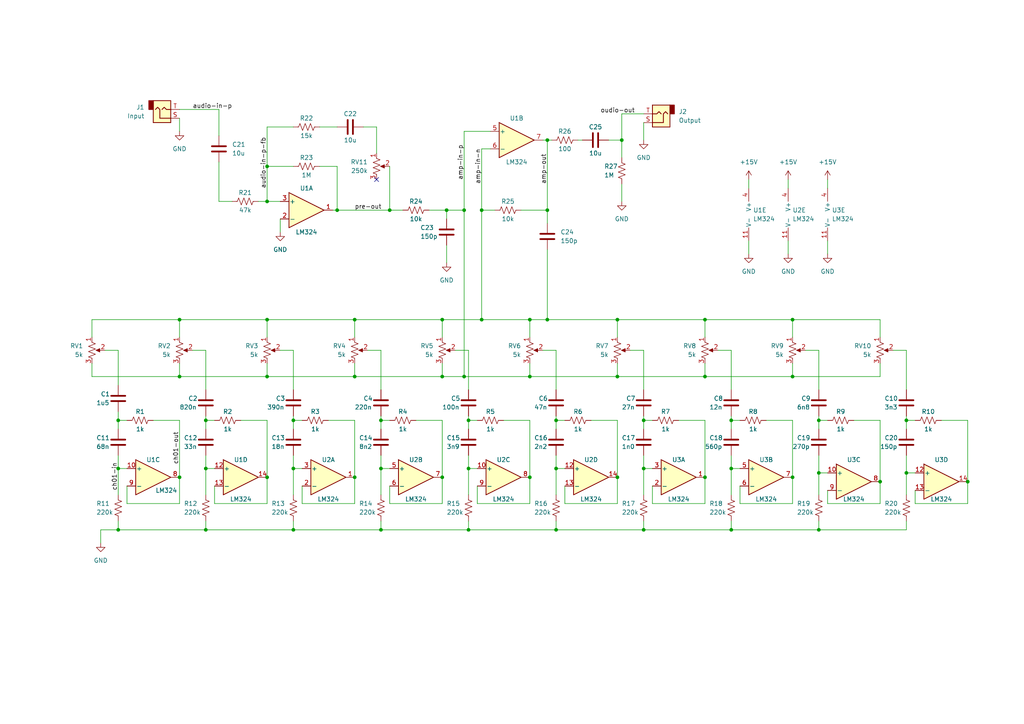
<source format=kicad_sch>
(kicad_sch (version 20211123) (generator eeschema)
  (paper "A4")
  (lib_symbols
    (symbol "Amplifier_Operational:LM324" (pin_names (offset 0.127))
      (property "Reference" "U" (at 0 5.08 0))
      (property "Value" "LM324" (at 0 -5.08 0))
      (symbol "LM324_1_1"
        (polyline (pts (xy -5.08 5.08) (xy 5.08 0) (xy -5.08 -5.08) (xy -5.08 5.08)) (stroke (width 0.254)) (fill (type background)))
        (pin output line (at 7.62 0 180) (length 2.54) (name "~") (number "1"))
        (pin input line (at -7.62 -2.54 0) (length 2.54) (name "-") (number "2"))
        (pin input line (at -7.62 2.54 0) (length 2.54) (name "+") (number "3"))
      )
      (symbol "LM324_2_1"
        (polyline (pts (xy -5.08 5.08) (xy 5.08 0) (xy -5.08 -5.08) (xy -5.08 5.08)) (stroke (width 0.254)) (fill (type background)))
        (pin input line (at -7.62 2.54 0) (length 2.54) (name "+") (number "5"))
        (pin input line (at -7.62 -2.54 0) (length 2.54) (name "-") (number "6"))
        (pin output line (at 7.62 0 180) (length 2.54) (name "~") (number "7"))
      )
      (symbol "LM324_3_1"
        (polyline (pts (xy -5.08 5.08) (xy 5.08 0) (xy -5.08 -5.08) (xy -5.08 5.08)) (stroke (width 0.254)) (fill (type background)))
        (pin input line (at -7.62 2.54 0) (length 2.54) (name "+") (number "10"))
        (pin output line (at 7.62 0 180) (length 2.54) (name "~") (number "8"))
        (pin input line (at -7.62 -2.54 0) (length 2.54) (name "-") (number "9"))
      )
      (symbol "LM324_4_1"
        (polyline (pts (xy -5.08 5.08) (xy 5.08 0) (xy -5.08 -5.08) (xy -5.08 5.08)) (stroke (width 0.254)) (fill (type background)))
        (pin input line (at -7.62 2.54 0) (length 2.54) (name "+") (number "12"))
        (pin input line (at -7.62 -2.54 0) (length 2.54) (name "-") (number "13"))
        (pin output line (at 7.62 0 180) (length 2.54) (name "~") (number "14"))
      )
      (symbol "LM324_5_1"
        (pin power_in line (at -2.54 -7.62 90) (length 3.81) (name "V-") (number "11"))
        (pin power_in line (at -2.54 7.62 270) (length 3.81) (name "V+") (number "4"))
      )
    )
    (symbol "Connector:AudioJack2"
      (property "Reference" "J" (at 0 8.89 0))
      (property "Value" "AudioJack2" (at 0 6.35 0))
      (symbol "AudioJack2_0_1"
        (rectangle (start -3.81 0) (end -2.54 -2.54) (stroke (width 0.254)) (fill (type outline)))
        (rectangle (start -2.54 3.81) (end 2.54 -2.54) (stroke (width 0.254)) (fill (type background)))
        (polyline (pts (xy 0 0) (xy 0.635 -0.635) (xy 1.27 0) (xy 2.54 0)) (stroke (width 0.254)))
        (polyline (pts (xy 2.54 2.54) (xy -0.635 2.54) (xy -0.635 0) (xy -1.27 -0.635) (xy -1.905 0)) (stroke (width 0.254)))
      )
      (symbol "AudioJack2_1_1"
        (pin passive line (at 5.08 2.54 180) (length 2.54) (name "~") (number "S"))
        (pin passive line (at 5.08 0 180) (length 2.54) (name "~") (number "T"))
      )
    )
    (symbol "Device:C" (pin_numbers hide) (pin_names (offset 0.254))
      (property "Reference" "C" (at 0.635 2.54 0))
      (property "Value" "C" (at 0.635 -2.54 0))
      (symbol "C_0_1"
        (polyline (pts (xy -2.032 -0.762) (xy 2.032 -0.762)) (stroke (width 0.508)))
        (polyline (pts (xy -2.032 0.762) (xy 2.032 0.762)) (stroke (width 0.508)))
      )
      (symbol "C_1_1"
        (pin passive line (at 0 3.81 270) (length 2.794) (name "~") (number "1"))
        (pin passive line (at 0 -3.81 90) (length 2.794) (name "~") (number "2"))
      )
    )
    (symbol "Device:R_Potentiometer_US" (pin_names (offset 1.016) hide)
      (property "Reference" "RV" (at -4.445 0 90))
      (property "Value" "R_Potentiometer_US" (at -2.54 0 90))
      (symbol "R_Potentiometer_US_0_1"
        (polyline (pts (xy 0 -2.286) (xy 0 -2.54)))
        (polyline (pts (xy 0 2.54) (xy 0 2.286)))
        (polyline (pts (xy 2.54 0) (xy 1.524 0)))
        (polyline (pts (xy 1.143 0) (xy 2.286 0.508) (xy 2.286 -0.508) (xy 1.143 0)) (fill (type outline)))
        (polyline (pts (xy 0 -0.762) (xy 1.016 -1.143) (xy 0 -1.524) (xy -1.016 -1.905) (xy 0 -2.286)))
        (polyline (pts (xy 0 0.762) (xy 1.016 0.381) (xy 0 0) (xy -1.016 -0.381) (xy 0 -0.762)))
        (polyline (pts (xy 0 2.286) (xy 1.016 1.905) (xy 0 1.524) (xy -1.016 1.143) (xy 0 0.762)))
      )
      (symbol "R_Potentiometer_US_1_1"
        (pin passive line (at 0 3.81 270) (length 1.27) (name "1") (number "1"))
        (pin passive line (at 3.81 0 180) (length 1.27) (name "2") (number "2"))
        (pin passive line (at 0 -3.81 90) (length 1.27) (name "3") (number "3"))
      )
    )
    (symbol "Device:R_US" (pin_numbers hide) (pin_names (offset 0))
      (property "Reference" "R" (at 2.54 0 90))
      (property "Value" "R_US" (at -2.54 0 90))
      (symbol "R_US_0_1"
        (polyline (pts (xy 0 -2.286) (xy 0 -2.54)))
        (polyline (pts (xy 0 2.286) (xy 0 2.54)))
        (polyline (pts (xy 0 -0.762) (xy 1.016 -1.143) (xy 0 -1.524) (xy -1.016 -1.905) (xy 0 -2.286)))
        (polyline (pts (xy 0 0.762) (xy 1.016 0.381) (xy 0 0) (xy -1.016 -0.381) (xy 0 -0.762)))
        (polyline (pts (xy 0 2.286) (xy 1.016 1.905) (xy 0 1.524) (xy -1.016 1.143) (xy 0 0.762)))
      )
      (symbol "R_US_1_1"
        (pin passive line (at 0 3.81 270) (length 1.27) (name "~") (number "1"))
        (pin passive line (at 0 -3.81 90) (length 1.27) (name "~") (number "2"))
      )
    )
    (symbol "power:+15V" (power) (pin_names (offset 0))
      (property "Value" "+15V" (at 0 3.556 0))
      (symbol "+15V_0_1"
        (polyline (pts (xy -0.762 1.27) (xy 0 2.54)))
        (polyline (pts (xy 0 0) (xy 0 2.54)))
        (polyline (pts (xy 0 2.54) (xy 0.762 1.27)))
      )
      (symbol "+15V_1_1"
        (pin power_in line (at 0 0 90) (length 0) hide (name "+15V") (number "1"))
      )
    )
    (symbol "power:GND" (power) (pin_names (offset 0))
      (property "Value" "GND" (at 0 -3.81 0))
      (symbol "GND_0_1"
        (polyline (pts (xy 0 0) (xy 0 -1.27) (xy 1.27 -1.27) (xy 0 -2.54) (xy -1.27 -1.27) (xy 0 -1.27)))
      )
      (symbol "GND_1_1"
        (pin power_in line (at 0 0 270) (length 0) hide (name "GND") (number "1"))
      )
    )
  )
  (junction (at 85.09 153.67))
  (junction (at 153.67 92.71))
  (junction (at 77.47 58.42))
  (junction (at 128.27 92.71))
  (junction (at 134.62 109.22))
  (junction (at 77.47 48.26))
  (junction (at 77.47 138.43))
  (junction (at 280.67 139.7))
  (junction (at 186.69 121.92))
  (junction (at 129.54 60.96))
  (junction (at 34.29 153.67))
  (junction (at 59.69 121.92))
  (junction (at 158.75 92.71))
  (junction (at 85.09 135.89))
  (junction (at 52.07 109.22))
  (junction (at 158.75 40.64))
  (junction (at 113.03 60.96))
  (junction (at 161.29 121.92))
  (junction (at 186.69 135.89))
  (junction (at 135.89 121.92))
  (junction (at 237.49 121.92))
  (junction (at 102.87 109.22))
  (junction (at 102.87 92.71))
  (junction (at 153.67 138.43))
  (junction (at 161.29 153.67))
  (junction (at 237.49 153.67))
  (junction (at 102.87 138.43))
  (junction (at 179.07 138.43))
  (junction (at 59.69 135.89))
  (junction (at 229.87 138.43))
  (junction (at 59.69 153.67))
  (junction (at 204.47 109.22))
  (junction (at 135.89 135.89))
  (junction (at 128.27 109.22))
  (junction (at 139.7 92.71))
  (junction (at 212.09 121.92))
  (junction (at 179.07 92.71))
  (junction (at 204.47 138.43))
  (junction (at 153.67 109.22))
  (junction (at 212.09 153.67))
  (junction (at 237.49 137.16))
  (junction (at 186.69 153.67))
  (junction (at 158.75 60.96))
  (junction (at 97.79 60.96))
  (junction (at 77.47 109.22))
  (junction (at 179.07 109.22))
  (junction (at 161.29 135.89))
  (junction (at 34.29 121.92))
  (junction (at 77.47 92.71))
  (junction (at 110.49 153.67))
  (junction (at 255.27 139.7))
  (junction (at 262.89 121.92))
  (junction (at 262.89 137.16))
  (junction (at 212.09 135.89))
  (junction (at 110.49 135.89))
  (junction (at 128.27 138.43))
  (junction (at 180.34 40.64))
  (junction (at 110.49 121.92))
  (junction (at 135.89 153.67))
  (junction (at 134.62 60.96))
  (junction (at 85.09 121.92))
  (junction (at 139.7 60.96))
  (junction (at 34.29 135.89))
  (junction (at 52.07 138.43))
  (junction (at 52.07 92.71))
  (junction (at 229.87 109.22))
  (junction (at 229.87 92.71))
  (junction (at 204.47 92.71))
  (no_connect (at 109.22 52.07))
  (wire (pts (xy 158.75 92.71) (xy 179.07 92.71)))
  (wire (pts (xy 212.09 153.67) (xy 237.49 153.67)))
  (wire (pts (xy 36.83 146.05) (xy 52.07 146.05)))
  (wire (pts (xy 59.69 151.13) (xy 59.69 153.67)))
  (wire (pts (xy 77.47 109.22) (xy 102.87 109.22)))
  (wire (pts (xy 59.69 132.08) (xy 59.69 135.89)))
  (wire (pts (xy 29.21 153.67) (xy 34.29 153.67)))
  (wire (pts (xy 161.29 143.51) (xy 161.29 135.89)))
  (wire (pts (xy 34.29 151.13) (xy 34.29 153.67)))
  (wire (pts (xy 81.28 63.5) (xy 81.28 67.31)))
  (wire (pts (xy 85.09 101.6) (xy 81.28 101.6)))
  (wire (pts (xy 77.47 48.26) (xy 77.47 58.42)))
  (wire (pts (xy 135.89 132.08) (xy 135.89 135.89)))
  (wire (pts (xy 34.29 153.67) (xy 59.69 153.67)))
  (wire (pts (xy 52.07 146.05) (xy 52.07 138.43)))
  (wire (pts (xy 34.29 101.6) (xy 30.48 101.6)))
  (wire (pts (xy 240.03 69.85) (xy 240.03 73.66)))
  (wire (pts (xy 95.25 121.92) (xy 102.87 121.92)))
  (wire (pts (xy 237.49 113.03) (xy 237.49 101.6)))
  (wire (pts (xy 204.47 105.41) (xy 204.47 109.22)))
  (wire (pts (xy 265.43 142.24) (xy 265.43 146.05)))
  (wire (pts (xy 222.25 121.92) (xy 229.87 121.92)))
  (wire (pts (xy 52.07 121.92) (xy 52.07 138.43)))
  (wire (pts (xy 52.07 109.22) (xy 77.47 109.22)))
  (wire (pts (xy 273.05 121.92) (xy 280.67 121.92)))
  (wire (pts (xy 158.75 60.96) (xy 158.75 64.77)))
  (wire (pts (xy 113.03 146.05) (xy 128.27 146.05)))
  (wire (pts (xy 237.49 132.08) (xy 237.49 137.16)))
  (wire (pts (xy 85.09 113.03) (xy 85.09 101.6)))
  (wire (pts (xy 110.49 153.67) (xy 135.89 153.67)))
  (wire (pts (xy 110.49 132.08) (xy 110.49 135.89)))
  (wire (pts (xy 63.5 58.42) (xy 67.31 58.42)))
  (wire (pts (xy 102.87 121.92) (xy 102.87 138.43)))
  (wire (pts (xy 247.65 121.92) (xy 255.27 121.92)))
  (wire (pts (xy 128.27 109.22) (xy 134.62 109.22)))
  (wire (pts (xy 237.49 120.65) (xy 237.49 121.92)))
  (wire (pts (xy 240.03 52.07) (xy 240.03 54.61)))
  (wire (pts (xy 153.67 92.71) (xy 158.75 92.71)))
  (wire (pts (xy 212.09 121.92) (xy 214.63 121.92)))
  (wire (pts (xy 138.43 140.97) (xy 138.43 146.05)))
  (wire (pts (xy 262.89 137.16) (xy 265.43 137.16)))
  (wire (pts (xy 179.07 146.05) (xy 179.07 138.43)))
  (wire (pts (xy 237.49 121.92) (xy 240.03 121.92)))
  (wire (pts (xy 161.29 101.6) (xy 157.48 101.6)))
  (wire (pts (xy 85.09 135.89) (xy 85.09 143.51)))
  (wire (pts (xy 77.47 92.71) (xy 102.87 92.71)))
  (wire (pts (xy 240.03 146.05) (xy 255.27 146.05)))
  (wire (pts (xy 186.69 113.03) (xy 186.69 101.6)))
  (wire (pts (xy 52.07 92.71) (xy 52.07 97.79)))
  (wire (pts (xy 34.29 121.92) (xy 34.29 124.46)))
  (wire (pts (xy 189.23 140.97) (xy 189.23 146.05)))
  (wire (pts (xy 186.69 33.02) (xy 180.34 33.02)))
  (wire (pts (xy 229.87 146.05) (xy 229.87 138.43)))
  (wire (pts (xy 180.34 33.02) (xy 180.34 40.64)))
  (wire (pts (xy 229.87 109.22) (xy 255.27 109.22)))
  (wire (pts (xy 153.67 109.22) (xy 179.07 109.22)))
  (wire (pts (xy 124.46 60.96) (xy 129.54 60.96)))
  (wire (pts (xy 196.85 121.92) (xy 204.47 121.92)))
  (wire (pts (xy 161.29 153.67) (xy 186.69 153.67)))
  (wire (pts (xy 85.09 153.67) (xy 110.49 153.67)))
  (wire (pts (xy 255.27 109.22) (xy 255.27 105.41)))
  (wire (pts (xy 237.49 101.6) (xy 233.68 101.6)))
  (wire (pts (xy 105.41 36.83) (xy 109.22 36.83)))
  (wire (pts (xy 237.49 137.16) (xy 237.49 143.51)))
  (wire (pts (xy 189.23 146.05) (xy 204.47 146.05)))
  (wire (pts (xy 26.67 97.79) (xy 26.67 92.71)))
  (wire (pts (xy 161.29 121.92) (xy 161.29 124.46)))
  (wire (pts (xy 204.47 121.92) (xy 204.47 138.43)))
  (wire (pts (xy 134.62 60.96) (xy 129.54 60.96)))
  (wire (pts (xy 161.29 151.13) (xy 161.29 153.67)))
  (wire (pts (xy 262.89 153.67) (xy 262.89 151.13)))
  (wire (pts (xy 85.09 135.89) (xy 87.63 135.89)))
  (wire (pts (xy 44.45 121.92) (xy 52.07 121.92)))
  (wire (pts (xy 212.09 151.13) (xy 212.09 153.67)))
  (wire (pts (xy 186.69 120.65) (xy 186.69 121.92)))
  (wire (pts (xy 153.67 105.41) (xy 153.67 109.22)))
  (wire (pts (xy 113.03 140.97) (xy 113.03 146.05)))
  (wire (pts (xy 63.5 31.75) (xy 63.5 39.37)))
  (wire (pts (xy 110.49 151.13) (xy 110.49 153.67)))
  (wire (pts (xy 109.22 36.83) (xy 109.22 44.45)))
  (wire (pts (xy 102.87 105.41) (xy 102.87 109.22)))
  (wire (pts (xy 217.17 69.85) (xy 217.17 73.66)))
  (wire (pts (xy 52.07 105.41) (xy 52.07 109.22)))
  (wire (pts (xy 179.07 92.71) (xy 179.07 97.79)))
  (wire (pts (xy 110.49 121.92) (xy 113.03 121.92)))
  (wire (pts (xy 167.64 40.64) (xy 168.91 40.64)))
  (wire (pts (xy 280.67 146.05) (xy 280.67 139.7)))
  (wire (pts (xy 102.87 109.22) (xy 128.27 109.22)))
  (wire (pts (xy 228.6 69.85) (xy 228.6 73.66)))
  (wire (pts (xy 59.69 121.92) (xy 59.69 124.46)))
  (wire (pts (xy 26.67 109.22) (xy 52.07 109.22)))
  (wire (pts (xy 120.65 121.92) (xy 128.27 121.92)))
  (wire (pts (xy 204.47 146.05) (xy 204.47 138.43)))
  (wire (pts (xy 163.83 140.97) (xy 163.83 146.05)))
  (wire (pts (xy 85.09 36.83) (xy 77.47 36.83)))
  (wire (pts (xy 34.29 119.38) (xy 34.29 121.92)))
  (wire (pts (xy 255.27 146.05) (xy 255.27 139.7)))
  (wire (pts (xy 134.62 109.22) (xy 153.67 109.22)))
  (wire (pts (xy 204.47 92.71) (xy 204.47 97.79)))
  (wire (pts (xy 139.7 60.96) (xy 143.51 60.96)))
  (wire (pts (xy 110.49 101.6) (xy 106.68 101.6)))
  (wire (pts (xy 77.47 58.42) (xy 81.28 58.42)))
  (wire (pts (xy 59.69 113.03) (xy 59.69 101.6)))
  (wire (pts (xy 59.69 143.51) (xy 59.69 135.89)))
  (wire (pts (xy 237.49 153.67) (xy 262.89 153.67)))
  (wire (pts (xy 85.09 121.92) (xy 87.63 121.92)))
  (wire (pts (xy 228.6 52.07) (xy 228.6 54.61)))
  (wire (pts (xy 142.24 38.1) (xy 134.62 38.1)))
  (wire (pts (xy 262.89 132.08) (xy 262.89 137.16)))
  (wire (pts (xy 77.47 121.92) (xy 77.47 138.43)))
  (wire (pts (xy 142.24 43.18) (xy 139.7 43.18)))
  (wire (pts (xy 135.89 120.65) (xy 135.89 121.92)))
  (wire (pts (xy 128.27 121.92) (xy 128.27 138.43)))
  (wire (pts (xy 110.49 143.51) (xy 110.49 135.89)))
  (wire (pts (xy 113.03 60.96) (xy 97.79 60.96)))
  (wire (pts (xy 186.69 151.13) (xy 186.69 153.67)))
  (wire (pts (xy 158.75 40.64) (xy 160.02 40.64)))
  (wire (pts (xy 229.87 92.71) (xy 255.27 92.71)))
  (wire (pts (xy 128.27 92.71) (xy 128.27 97.79)))
  (wire (pts (xy 212.09 143.51) (xy 212.09 135.89)))
  (wire (pts (xy 135.89 121.92) (xy 135.89 124.46)))
  (wire (pts (xy 158.75 60.96) (xy 158.75 40.64)))
  (wire (pts (xy 52.07 34.29) (xy 52.07 38.1)))
  (wire (pts (xy 237.49 121.92) (xy 237.49 124.46)))
  (wire (pts (xy 134.62 60.96) (xy 134.62 109.22)))
  (wire (pts (xy 262.89 120.65) (xy 262.89 121.92)))
  (wire (pts (xy 52.07 31.75) (xy 63.5 31.75)))
  (wire (pts (xy 262.89 121.92) (xy 265.43 121.92)))
  (wire (pts (xy 280.67 121.92) (xy 280.67 139.7)))
  (wire (pts (xy 180.34 40.64) (xy 176.53 40.64)))
  (wire (pts (xy 34.29 121.92) (xy 36.83 121.92)))
  (wire (pts (xy 212.09 135.89) (xy 214.63 135.89)))
  (wire (pts (xy 186.69 153.67) (xy 212.09 153.67)))
  (wire (pts (xy 237.49 137.16) (xy 240.03 137.16)))
  (wire (pts (xy 97.79 48.26) (xy 97.79 60.96)))
  (wire (pts (xy 74.93 58.42) (xy 77.47 58.42)))
  (wire (pts (xy 69.85 121.92) (xy 77.47 121.92)))
  (wire (pts (xy 110.49 120.65) (xy 110.49 121.92)))
  (wire (pts (xy 214.63 146.05) (xy 229.87 146.05)))
  (wire (pts (xy 135.89 135.89) (xy 138.43 135.89)))
  (wire (pts (xy 262.89 101.6) (xy 259.08 101.6)))
  (wire (pts (xy 26.67 92.71) (xy 52.07 92.71)))
  (wire (pts (xy 262.89 113.03) (xy 262.89 101.6)))
  (wire (pts (xy 204.47 109.22) (xy 229.87 109.22)))
  (wire (pts (xy 161.29 113.03) (xy 161.29 101.6)))
  (wire (pts (xy 212.09 113.03) (xy 212.09 101.6)))
  (wire (pts (xy 87.63 140.97) (xy 87.63 146.05)))
  (wire (pts (xy 212.09 132.08) (xy 212.09 135.89)))
  (wire (pts (xy 229.87 92.71) (xy 229.87 97.79)))
  (wire (pts (xy 128.27 92.71) (xy 139.7 92.71)))
  (wire (pts (xy 59.69 101.6) (xy 55.88 101.6)))
  (wire (pts (xy 157.48 40.64) (xy 158.75 40.64)))
  (wire (pts (xy 255.27 92.71) (xy 255.27 97.79)))
  (wire (pts (xy 36.83 140.97) (xy 36.83 146.05)))
  (wire (pts (xy 110.49 113.03) (xy 110.49 101.6)))
  (wire (pts (xy 135.89 153.67) (xy 161.29 153.67)))
  (wire (pts (xy 161.29 132.08) (xy 161.29 135.89)))
  (wire (pts (xy 186.69 135.89) (xy 189.23 135.89)))
  (wire (pts (xy 102.87 146.05) (xy 102.87 138.43)))
  (wire (pts (xy 77.47 36.83) (xy 77.47 48.26)))
  (wire (pts (xy 34.29 132.08) (xy 34.29 135.89)))
  (wire (pts (xy 139.7 43.18) (xy 139.7 60.96)))
  (wire (pts (xy 179.07 105.41) (xy 179.07 109.22)))
  (wire (pts (xy 85.09 48.26) (xy 77.47 48.26)))
  (wire (pts (xy 186.69 35.56) (xy 186.69 40.64)))
  (wire (pts (xy 158.75 72.39) (xy 158.75 92.71)))
  (wire (pts (xy 153.67 146.05) (xy 153.67 138.43)))
  (wire (pts (xy 92.71 36.83) (xy 97.79 36.83)))
  (wire (pts (xy 34.29 111.76) (xy 34.29 101.6)))
  (wire (pts (xy 92.71 48.26) (xy 97.79 48.26)))
  (wire (pts (xy 135.89 101.6) (xy 132.08 101.6)))
  (wire (pts (xy 217.17 52.07) (xy 217.17 54.61)))
  (wire (pts (xy 135.89 121.92) (xy 138.43 121.92)))
  (wire (pts (xy 179.07 109.22) (xy 204.47 109.22)))
  (wire (pts (xy 204.47 92.71) (xy 229.87 92.71)))
  (wire (pts (xy 77.47 146.05) (xy 77.47 138.43)))
  (wire (pts (xy 186.69 135.89) (xy 186.69 143.51)))
  (wire (pts (xy 34.29 135.89) (xy 36.83 135.89)))
  (wire (pts (xy 138.43 146.05) (xy 153.67 146.05)))
  (wire (pts (xy 265.43 146.05) (xy 280.67 146.05)))
  (wire (pts (xy 161.29 135.89) (xy 163.83 135.89)))
  (wire (pts (xy 151.13 60.96) (xy 158.75 60.96)))
  (wire (pts (xy 85.09 151.13) (xy 85.09 153.67)))
  (wire (pts (xy 77.47 105.41) (xy 77.47 109.22)))
  (wire (pts (xy 139.7 92.71) (xy 153.67 92.71)))
  (wire (pts (xy 129.54 71.12) (xy 129.54 76.2)))
  (wire (pts (xy 129.54 60.96) (xy 129.54 63.5)))
  (wire (pts (xy 59.69 153.67) (xy 85.09 153.67)))
  (wire (pts (xy 212.09 101.6) (xy 208.28 101.6)))
  (wire (pts (xy 179.07 121.92) (xy 179.07 138.43)))
  (wire (pts (xy 153.67 92.71) (xy 153.67 97.79)))
  (wire (pts (xy 29.21 157.48) (xy 29.21 153.67)))
  (wire (pts (xy 171.45 121.92) (xy 179.07 121.92)))
  (wire (pts (xy 26.67 105.41) (xy 26.67 109.22)))
  (wire (pts (xy 186.69 121.92) (xy 186.69 124.46)))
  (wire (pts (xy 85.09 120.65) (xy 85.09 121.92)))
  (wire (pts (xy 110.49 135.89) (xy 113.03 135.89)))
  (wire (pts (xy 34.29 143.51) (xy 34.29 135.89)))
  (wire (pts (xy 186.69 132.08) (xy 186.69 135.89)))
  (wire (pts (xy 59.69 121.92) (xy 62.23 121.92)))
  (wire (pts (xy 62.23 146.05) (xy 77.47 146.05)))
  (wire (pts (xy 135.89 113.03) (xy 135.89 101.6)))
  (wire (pts (xy 85.09 121.92) (xy 85.09 124.46)))
  (wire (pts (xy 237.49 151.13) (xy 237.49 153.67)))
  (wire (pts (xy 262.89 143.51) (xy 262.89 137.16)))
  (wire (pts (xy 102.87 92.71) (xy 128.27 92.71)))
  (wire (pts (xy 214.63 140.97) (xy 214.63 146.05)))
  (wire (pts (xy 59.69 120.65) (xy 59.69 121.92)))
  (wire (pts (xy 255.27 121.92) (xy 255.27 139.7)))
  (wire (pts (xy 135.89 151.13) (xy 135.89 153.67)))
  (wire (pts (xy 146.05 121.92) (xy 153.67 121.92)))
  (wire (pts (xy 161.29 121.92) (xy 163.83 121.92)))
  (wire (pts (xy 262.89 121.92) (xy 262.89 124.46)))
  (wire (pts (xy 52.07 92.71) (xy 77.47 92.71)))
  (wire (pts (xy 179.07 92.71) (xy 204.47 92.71)))
  (wire (pts (xy 77.47 92.71) (xy 77.47 97.79)))
  (wire (pts (xy 63.5 46.99) (xy 63.5 58.42)))
  (wire (pts (xy 212.09 120.65) (xy 212.09 121.92)))
  (wire (pts (xy 229.87 121.92) (xy 229.87 138.43)))
  (wire (pts (xy 161.29 120.65) (xy 161.29 121.92)))
  (wire (pts (xy 186.69 101.6) (xy 182.88 101.6)))
  (wire (pts (xy 186.69 121.92) (xy 189.23 121.92)))
  (wire (pts (xy 59.69 135.89) (xy 62.23 135.89)))
  (wire (pts (xy 113.03 48.26) (xy 113.03 60.96)))
  (wire (pts (xy 135.89 135.89) (xy 135.89 143.51)))
  (wire (pts (xy 240.03 142.24) (xy 240.03 146.05)))
  (wire (pts (xy 139.7 60.96) (xy 139.7 92.71)))
  (wire (pts (xy 110.49 121.92) (xy 110.49 124.46)))
  (wire (pts (xy 163.83 146.05) (xy 179.07 146.05)))
  (wire (pts (xy 180.34 53.34) (xy 180.34 58.42)))
  (wire (pts (xy 87.63 146.05) (xy 102.87 146.05)))
  (wire (pts (xy 134.62 38.1) (xy 134.62 60.96)))
  (wire (pts (xy 180.34 40.64) (xy 180.34 45.72)))
  (wire (pts (xy 128.27 146.05) (xy 128.27 138.43)))
  (wire (pts (xy 96.52 60.96) (xy 97.79 60.96)))
  (wire (pts (xy 85.09 132.08) (xy 85.09 135.89)))
  (wire (pts (xy 212.09 121.92) (xy 212.09 124.46)))
  (wire (pts (xy 229.87 105.41) (xy 229.87 109.22)))
  (wire (pts (xy 113.03 60.96) (xy 116.84 60.96)))
  (wire (pts (xy 153.67 121.92) (xy 153.67 138.43)))
  (wire (pts (xy 128.27 105.41) (xy 128.27 109.22)))
  (wire (pts (xy 62.23 140.97) (xy 62.23 146.05)))
  (wire (pts (xy 102.87 92.71) (xy 102.87 97.79)))
  (label "amp-in-p" (at 134.62 41.91 270))
  (label "ch01-out" (at 52.07 134.62 90))
  (label "audio-in-p-fb" (at 77.47 54.61 90))
  (label "ch01-in" (at 34.29 142.24 90))
  (label "amp-in-n" (at 139.7 53.34 90))
  (label "pre-out" (at 102.87 60.96 0))
  (label "audio-in-p" (at 55.88 31.75 0))
  (label "oudio-out" (at 184.15 33.02 180))
  (label "amp-out" (at 158.75 53.34 90))
  (symbol (lib_id "Device:C") (at 158.75 68.58 0) (unit 1)
    (property "Reference" "C24" (at 162.56 67.3099 0) (effects (justify left)))
    (property "Value" "150p" (at 162.56 69.8499 0) (effects (justify left)))
    (property "Footprint" "Capacitor_SMD:C_0805_2012Metric_Pad1.18x1.45mm_HandSolder" (effects hide))
  )
  (symbol (lib_id "Device:R_US") (at 262.89 147.32 180) (unit 1)
    (property "Reference" "R20" (at 256.54 146.05 0) (effects (justify right)))
    (property "Value" "220k" (at 256.54 148.59 0) (effects (justify right)))
    (property "Footprint" "Resistor_SMD:R_0805_2012Metric_Pad1.20x1.40mm_HandSolder" (effects hide))
  )
  (symbol (lib_id "Device:R_US") (at 116.84 121.92 90) (unit 1)
    (property "Reference" "R4" (at 116.84 119.38 90))
    (property "Value" "1k" (at 116.84 124.46 90))
    (property "Footprint" "Resistor_SMD:R_0805_2012Metric_Pad1.20x1.40mm_HandSolder" (effects hide))
  )
  (symbol (lib_id "Amplifier_Operational:LM324") (at 247.65 139.7 0) (unit 3)
    (property "Reference" "U3" (at 247.65 133.35 0))
    (property "Value" "LM324" (at 247.65 144.78 0))
    (property "Footprint" "Package_SO:SO-14_3.9x8.65mm_P1.27mm" (effects hide))
    (property "Datasheet" "http://www.ti.com/lit/ds/symlink/lm2902-n.pdf" (effects hide))
  )
  (symbol (lib_id "Device:R_US") (at 71.12 58.42 90) (unit 1)
    (property "Reference" "R21" (at 71.12 55.88 90))
    (property "Value" "47k" (at 71.12 60.96 90))
    (property "Footprint" "Resistor_SMD:R_0805_2012Metric_Pad1.20x1.40mm_HandSolder" (effects hide))
  )
  (symbol (lib_id "Device:C") (at 172.72 40.64 90) (unit 1)
    (property "Reference" "C25" (at 172.72 36.83 90))
    (property "Value" "10u" (at 172.72 44.45 90))
    (property "Footprint" "Capacitor_SMD:C_0805_2012Metric_Pad1.18x1.45mm_HandSolder" (effects hide))
  )
  (symbol (lib_id "Amplifier_Operational:LM324") (at 171.45 138.43 0) (unit 4)
    (property "Reference" "U2" (at 171.45 133.35 0))
    (property "Value" "LM324" (at 171.45 144.78 0))
    (property "Footprint" "Package_SO:SO-14_3.9x8.65mm_P1.27mm" (effects hide))
    (property "Datasheet" "http://www.ti.com/lit/ds/symlink/lm2902-n.pdf" (effects hide))
  )
  (symbol (lib_id "Device:C") (at 85.09 116.84 0) (unit 1)
    (property "Reference" "C3" (at 80.01 115.57 0) (effects (justify left)))
    (property "Value" "390n" (at 77.47 118.11 0) (effects (justify left)))
    (property "Footprint" "Capacitor_SMD:C_0805_2012Metric_Pad1.18x1.45mm_HandSolder" (effects hide))
  )
  (symbol (lib_id "Device:R_US") (at 40.64 121.92 90) (unit 1)
    (property "Reference" "R1" (at 40.64 119.38 90))
    (property "Value" "1k" (at 40.64 124.46 90))
    (property "Footprint" "Resistor_SMD:R_0805_2012Metric_Pad1.20x1.40mm_HandSolder" (effects hide))
  )
  (symbol (lib_id "Amplifier_Operational:LM324") (at 69.85 138.43 0) (unit 4)
    (property "Reference" "U1" (at 69.85 133.35 0))
    (property "Value" "LM324" (at 69.85 144.78 0))
    (property "Footprint" "Package_SO:SO-14_3.9x8.65mm_P1.27mm" (effects hide))
    (property "Datasheet" "http://www.ti.com/lit/ds/symlink/lm2902-n.pdf" (effects hide))
  )
  (symbol (lib_id "power:GND") (at 240.03 73.66 0) (unit 1)
    (property "Reference" "#PWR0111" (effects hide))
    (property "Value" "GND" (at 240.03 78.74 0))
  )
  (symbol (lib_id "Device:R_US") (at 135.89 147.32 180) (unit 1)
    (property "Reference" "R15" (at 129.54 146.05 0) (effects (justify right)))
    (property "Value" "220k" (at 129.54 148.59 0) (effects (justify right)))
    (property "Footprint" "Resistor_SMD:R_0805_2012Metric_Pad1.20x1.40mm_HandSolder" (effects hide))
  )
  (symbol (lib_id "Device:R_US") (at 120.65 60.96 90) (unit 1)
    (property "Reference" "R24" (at 120.65 58.42 90))
    (property "Value" "10k" (at 120.65 63.5 90))
    (property "Footprint" "Resistor_SMD:R_0805_2012Metric_Pad1.20x1.40mm_HandSolder" (effects hide))
  )
  (symbol (lib_id "Amplifier_Operational:LM324") (at 273.05 139.7 0) (unit 4)
    (property "Reference" "U3" (at 273.05 133.35 0))
    (property "Value" "LM324" (at 273.05 144.78 0))
    (property "Footprint" "Package_SO:SO-14_3.9x8.65mm_P1.27mm" (effects hide))
    (property "Datasheet" "http://www.ti.com/lit/ds/symlink/lm2902-n.pdf" (effects hide))
  )
  (symbol (lib_id "Device:R_US") (at 85.09 147.32 180) (unit 1)
    (property "Reference" "R13" (at 78.74 146.05 0) (effects (justify right)))
    (property "Value" "220k" (at 78.74 148.59 0) (effects (justify right)))
    (property "Footprint" "Resistor_SMD:R_0805_2012Metric_Pad1.20x1.40mm_HandSolder" (effects hide))
  )
  (symbol (lib_id "Amplifier_Operational:LM324") (at 196.85 138.43 0) (unit 1)
    (property "Reference" "U3" (at 196.85 133.35 0))
    (property "Value" "LM324" (at 196.85 144.78 0))
    (property "Footprint" "Package_SO:SO-14_3.9x8.65mm_P1.27mm" (effects hide))
    (property "Datasheet" "http://www.ti.com/lit/ds/symlink/lm2902-n.pdf" (effects hide))
  )
  (symbol (lib_id "Device:R_Potentiometer_US") (at 26.67 101.6 0) (unit 1)
    (property "Reference" "RV1" (at 24.13 100.3299 0) (effects (justify right)))
    (property "Value" "5k" (at 24.13 102.8699 0) (effects (justify right)))
    (property "Footprint" "Connector_Wire:SolderWire-0.1sqmm_1x03_P3.6mm_D0.4mm_OD1mm" (effects hide))
  )
  (symbol (lib_id "Device:C") (at 262.89 128.27 0) (unit 1)
    (property "Reference" "C20" (at 256.54 127 0) (effects (justify left)))
    (property "Value" "150p" (at 255.27 129.54 0) (effects (justify left)))
    (property "Footprint" "Capacitor_SMD:C_0805_2012Metric_Pad1.18x1.45mm_HandSolder" (effects hide))
  )
  (symbol (lib_id "Amplifier_Operational:LM324") (at 95.25 138.43 0) (unit 1)
    (property "Reference" "U2" (at 95.25 133.35 0))
    (property "Value" "LM324" (at 95.25 144.78 0))
    (property "Footprint" "Package_SO:SO-14_3.9x8.65mm_P1.27mm" (effects hide))
    (property "Datasheet" "http://www.ti.com/lit/ds/symlink/lm2902-n.pdf" (effects hide))
  )
  (symbol (lib_id "Device:R_US") (at 269.24 121.92 90) (unit 1)
    (property "Reference" "R10" (at 269.24 119.38 90))
    (property "Value" "1k" (at 269.24 124.46 90))
    (property "Footprint" "Resistor_SMD:R_0805_2012Metric_Pad1.20x1.40mm_HandSolder" (effects hide))
  )
  (symbol (lib_id "Connector:AudioJack2") (at 191.77 33.02 180) (unit 1)
    (property "Reference" "J2" (at 196.85 32.3849 0) (effects (justify right)))
    (property "Value" "Output" (at 196.85 34.9249 0) (effects (justify right)))
    (property "Footprint" "Connector_Audio:Jack_3.5mm_CUI_SJ1-3523N_Horizontal" (effects hide))
  )
  (symbol (lib_id "Device:R_US") (at 66.04 121.92 90) (unit 1)
    (property "Reference" "R2" (at 66.04 119.38 90))
    (property "Value" "1k" (at 66.04 124.46 90))
    (property "Footprint" "Resistor_SMD:R_0805_2012Metric_Pad1.20x1.40mm_HandSolder" (effects hide))
  )
  (symbol (lib_id "Device:C") (at 212.09 116.84 0) (unit 1)
    (property "Reference" "C8" (at 207.01 115.57 0) (effects (justify left)))
    (property "Value" "12n" (at 205.74 118.11 0) (effects (justify left)))
    (property "Footprint" "Capacitor_SMD:C_0805_2012Metric_Pad1.18x1.45mm_HandSolder" (effects hide))
  )
  (symbol (lib_id "Device:C") (at 135.89 128.27 0) (unit 1)
    (property "Reference" "C15" (at 129.54 127 0) (effects (justify left)))
    (property "Value" "3n9" (at 129.54 129.54 0) (effects (justify left)))
    (property "Footprint" "Capacitor_SMD:C_0805_2012Metric_Pad1.18x1.45mm_HandSolder" (effects hide))
  )
  (symbol (lib_id "Device:R_Potentiometer_US") (at 179.07 101.6 0) (unit 1)
    (property "Reference" "RV7" (at 176.53 100.3299 0) (effects (justify right)))
    (property "Value" "5k" (at 176.53 102.8699 0) (effects (justify right)))
    (property "Footprint" "Connector_Wire:SolderWire-0.1sqmm_1x03_P3.6mm_D0.4mm_OD1mm" (effects hide))
  )
  (symbol (lib_id "power:+15V") (at 228.6 52.07 0) (unit 1)
    (property "Reference" "#PWR0107" (effects hide))
    (property "Value" "+15V" (at 228.6 46.99 0))
  )
  (symbol (lib_id "Device:C") (at 135.89 116.84 0) (unit 1)
    (property "Reference" "C5" (at 130.81 115.57 0) (effects (justify left)))
    (property "Value" "100n" (at 128.27 118.11 0) (effects (justify left)))
    (property "Footprint" "Capacitor_SMD:C_0805_2012Metric_Pad1.18x1.45mm_HandSolder" (effects hide))
  )
  (symbol (lib_id "Device:R_US") (at 34.29 147.32 180) (unit 1)
    (property "Reference" "R11" (at 27.94 146.05 0) (effects (justify right)))
    (property "Value" "220k" (at 27.94 148.59 0) (effects (justify right)))
    (property "Footprint" "Resistor_SMD:R_0805_2012Metric_Pad1.20x1.40mm_HandSolder" (effects hide))
  )
  (symbol (lib_id "Device:C") (at 59.69 116.84 0) (unit 1)
    (property "Reference" "C2" (at 54.61 115.57 0) (effects (justify left)))
    (property "Value" "820n" (at 52.07 118.11 0) (effects (justify left)))
    (property "Footprint" "Capacitor_SMD:C_0805_2012Metric_Pad1.18x1.45mm_HandSolder" (effects hide))
  )
  (symbol (lib_id "Amplifier_Operational:LM324") (at 231.14 62.23 0) (unit 5)
    (property "Reference" "U2" (at 229.87 60.9599 0) (effects (justify left)))
    (property "Value" "LM324" (at 229.87 63.4999 0) (effects (justify left)))
    (property "Footprint" "Package_SO:SO-14_3.9x8.65mm_P1.27mm" (effects hide))
    (property "Datasheet" "http://www.ti.com/lit/ds/symlink/lm2902-n.pdf" (effects hide))
  )
  (symbol (lib_id "Device:R_US") (at 147.32 60.96 90) (unit 1)
    (property "Reference" "R25" (at 147.32 58.42 90))
    (property "Value" "10k" (at 147.32 63.5 90))
    (property "Footprint" "Resistor_SMD:R_0805_2012Metric_Pad1.20x1.40mm_HandSolder" (effects hide))
  )
  (symbol (lib_id "Amplifier_Operational:LM324") (at 146.05 138.43 0) (unit 3)
    (property "Reference" "U2" (at 146.05 133.35 0))
    (property "Value" "LM324" (at 146.05 144.78 0))
    (property "Footprint" "Package_SO:SO-14_3.9x8.65mm_P1.27mm" (effects hide))
    (property "Datasheet" "http://www.ti.com/lit/ds/symlink/lm2902-n.pdf" (effects hide))
  )
  (symbol (lib_id "power:GND") (at 129.54 76.2 0) (unit 1)
    (property "Reference" "#PWR0102" (effects hide))
    (property "Value" "GND" (at 129.54 81.28 0))
  )
  (symbol (lib_id "Device:R_US") (at 212.09 147.32 180) (unit 1)
    (property "Reference" "R18" (at 205.74 146.05 0) (effects (justify right)))
    (property "Value" "220k" (at 205.74 148.59 0) (effects (justify right)))
    (property "Footprint" "Resistor_SMD:R_0805_2012Metric_Pad1.20x1.40mm_HandSolder" (effects hide))
  )
  (symbol (lib_id "Device:R_US") (at 161.29 147.32 180) (unit 1)
    (property "Reference" "R16" (at 154.94 146.05 0) (effects (justify right)))
    (property "Value" "220k" (at 154.94 148.59 0) (effects (justify right)))
    (property "Footprint" "Resistor_SMD:R_0805_2012Metric_Pad1.20x1.40mm_HandSolder" (effects hide))
  )
  (symbol (lib_id "Amplifier_Operational:LM324") (at 222.25 138.43 0) (unit 2)
    (property "Reference" "U3" (at 222.25 133.35 0))
    (property "Value" "LM324" (at 222.25 144.78 0))
    (property "Footprint" "Package_SO:SO-14_3.9x8.65mm_P1.27mm" (effects hide))
    (property "Datasheet" "http://www.ti.com/lit/ds/symlink/lm2902-n.pdf" (effects hide))
  )
  (symbol (lib_id "Device:C") (at 186.69 116.84 0) (unit 1)
    (property "Reference" "C7" (at 181.61 115.57 0) (effects (justify left)))
    (property "Value" "27n" (at 180.34 118.11 0) (effects (justify left)))
    (property "Footprint" "Capacitor_SMD:C_0805_2012Metric_Pad1.18x1.45mm_HandSolder" (effects hide))
  )
  (symbol (lib_id "Device:R_Potentiometer_US") (at 128.27 101.6 0) (unit 1)
    (property "Reference" "RV5" (at 125.73 100.3299 0) (effects (justify right)))
    (property "Value" "5k" (at 125.73 102.8699 0) (effects (justify right)))
    (property "Footprint" "Connector_Wire:SolderWire-0.1sqmm_1x03_P3.6mm_D0.4mm_OD1mm" (effects hide))
  )
  (symbol (lib_id "power:GND") (at 186.69 40.64 0) (unit 1)
    (property "Reference" "#PWR0105" (effects hide))
    (property "Value" "GND" (at 186.69 45.72 0))
  )
  (symbol (lib_id "Device:C") (at 262.89 116.84 0) (unit 1)
    (property "Reference" "C10" (at 256.54 115.57 0) (effects (justify left)))
    (property "Value" "3n3" (at 256.54 118.11 0) (effects (justify left)))
    (property "Footprint" "Capacitor_SMD:C_0805_2012Metric_Pad1.18x1.45mm_HandSolder" (effects hide))
  )
  (symbol (lib_id "Amplifier_Operational:LM324") (at 88.9 60.96 0) (unit 1)
    (property "Reference" "U1" (at 88.9 54.61 0))
    (property "Value" "LM324" (at 88.9 67.31 0))
    (property "Footprint" "Package_SO:SO-14_3.9x8.65mm_P1.27mm" (effects hide))
    (property "Datasheet" "http://www.ti.com/lit/ds/symlink/lm2902-n.pdf" (effects hide))
  )
  (symbol (lib_id "Device:R_US") (at 110.49 147.32 180) (unit 1)
    (property "Reference" "R14" (at 104.14 146.05 0) (effects (justify right)))
    (property "Value" "220k" (at 104.14 148.59 0) (effects (justify right)))
    (property "Footprint" "Resistor_SMD:R_0805_2012Metric_Pad1.20x1.40mm_HandSolder" (effects hide))
  )
  (symbol (lib_id "Device:R_US") (at 163.83 40.64 90) (unit 1)
    (property "Reference" "R26" (at 163.83 38.1 90))
    (property "Value" "100" (at 163.83 43.18 90))
    (property "Footprint" "Resistor_SMD:R_0805_2012Metric_Pad1.20x1.40mm_HandSolder" (effects hide))
  )
  (symbol (lib_id "Amplifier_Operational:LM324") (at 120.65 138.43 0) (unit 2)
    (property "Reference" "U2" (at 120.65 133.35 0))
    (property "Value" "LM324" (at 120.65 144.78 0))
    (property "Footprint" "Package_SO:SO-14_3.9x8.65mm_P1.27mm" (effects hide))
    (property "Datasheet" "http://www.ti.com/lit/ds/symlink/lm2902-n.pdf" (effects hide))
  )
  (symbol (lib_id "Amplifier_Operational:LM324") (at 149.86 40.64 0) (unit 2)
    (property "Reference" "U1" (at 149.86 34.29 0))
    (property "Value" "LM324" (at 149.86 46.99 0))
    (property "Footprint" "Package_SO:SO-14_3.9x8.65mm_P1.27mm" (effects hide))
    (property "Datasheet" "http://www.ti.com/lit/ds/symlink/lm2902-n.pdf" (effects hide))
  )
  (symbol (lib_id "Device:R_US") (at 180.34 49.53 0) (unit 1)
    (property "Reference" "R27" (at 175.26 48.26 0) (effects (justify left)))
    (property "Value" "1M" (at 175.26 50.8 0) (effects (justify left)))
    (property "Footprint" "Resistor_SMD:R_0805_2012Metric_Pad1.20x1.40mm_HandSolder" (effects hide))
  )
  (symbol (lib_id "power:+15V") (at 217.17 52.07 0) (unit 1)
    (property "Reference" "#PWR0108" (effects hide))
    (property "Value" "+15V" (at 217.17 46.99 0))
  )
  (symbol (lib_id "Device:R_US") (at 186.69 147.32 180) (unit 1)
    (property "Reference" "R17" (at 180.34 146.05 0) (effects (justify right)))
    (property "Value" "220k" (at 180.34 148.59 0) (effects (justify right)))
    (property "Footprint" "Resistor_SMD:R_0805_2012Metric_Pad1.20x1.40mm_HandSolder" (effects hide))
  )
  (symbol (lib_id "Device:C") (at 212.09 128.27 0) (unit 1)
    (property "Reference" "C18" (at 205.74 127 0) (effects (justify left)))
    (property "Value" "560p" (at 204.47 129.54 0) (effects (justify left)))
    (property "Footprint" "Capacitor_SMD:C_0805_2012Metric_Pad1.18x1.45mm_HandSolder" (effects hide))
  )
  (symbol (lib_id "power:GND") (at 217.17 73.66 0) (unit 1)
    (property "Reference" "#PWR0110" (effects hide))
    (property "Value" "GND" (at 217.17 78.74 0))
  )
  (symbol (lib_id "Device:R_Potentiometer_US") (at 102.87 101.6 0) (unit 1)
    (property "Reference" "RV4" (at 100.33 100.3299 0) (effects (justify right)))
    (property "Value" "5k" (at 100.33 102.8699 0) (effects (justify right)))
    (property "Footprint" "Connector_Wire:SolderWire-0.1sqmm_1x03_P3.6mm_D0.4mm_OD1mm" (effects hide))
  )
  (symbol (lib_id "Device:C") (at 110.49 116.84 0) (unit 1)
    (property "Reference" "C4" (at 105.41 115.57 0) (effects (justify left)))
    (property "Value" "220n" (at 102.87 118.11 0) (effects (justify left)))
    (property "Footprint" "Capacitor_SMD:C_0805_2012Metric_Pad1.18x1.45mm_HandSolder" (effects hide))
  )
  (symbol (lib_id "power:+15V") (at 240.03 52.07 0) (unit 1)
    (property "Reference" "#PWR0112" (effects hide))
    (property "Value" "+15V" (at 240.03 46.99 0))
  )
  (symbol (lib_id "Device:R_US") (at 218.44 121.92 90) (unit 1)
    (property "Reference" "R8" (at 218.44 119.38 90))
    (property "Value" "1k" (at 218.44 124.46 90))
    (property "Footprint" "Resistor_SMD:R_0805_2012Metric_Pad1.20x1.40mm_HandSolder" (effects hide))
  )
  (symbol (lib_id "Device:C") (at 63.5 43.18 0) (unit 1)
    (property "Reference" "C21" (at 67.31 41.9099 0) (effects (justify left)))
    (property "Value" "10u" (at 67.31 44.4499 0) (effects (justify left)))
    (property "Footprint" "Capacitor_SMD:C_0805_2012Metric_Pad1.18x1.45mm_HandSolder" (effects hide))
  )
  (symbol (lib_id "Device:C") (at 59.69 128.27 0) (unit 1)
    (property "Reference" "C12" (at 53.34 127 0) (effects (justify left)))
    (property "Value" "33n" (at 53.34 129.54 0) (effects (justify left)))
    (property "Footprint" "Capacitor_SMD:C_0805_2012Metric_Pad1.18x1.45mm_HandSolder" (effects hide))
  )
  (symbol (lib_id "Device:C") (at 34.29 128.27 0) (unit 1)
    (property "Reference" "C11" (at 27.94 127 0) (effects (justify left)))
    (property "Value" "68n" (at 27.94 129.54 0) (effects (justify left)))
    (property "Footprint" "Capacitor_SMD:C_0805_2012Metric_Pad1.18x1.45mm_HandSolder" (effects hide))
  )
  (symbol (lib_id "Device:R_US") (at 91.44 121.92 90) (unit 1)
    (property "Reference" "R3" (at 91.44 119.38 90))
    (property "Value" "1k" (at 91.44 124.46 90))
    (property "Footprint" "Resistor_SMD:R_0805_2012Metric_Pad1.20x1.40mm_HandSolder" (effects hide))
  )
  (symbol (lib_id "power:GND") (at 29.21 157.48 0) (unit 1)
    (property "Reference" "#PWR0101" (effects hide))
    (property "Value" "GND" (at 29.21 162.56 0))
  )
  (symbol (lib_id "Device:R_US") (at 142.24 121.92 90) (unit 1)
    (property "Reference" "R5" (at 142.24 119.38 90))
    (property "Value" "1k" (at 142.24 124.46 90))
    (property "Footprint" "Resistor_SMD:R_0805_2012Metric_Pad1.20x1.40mm_HandSolder" (effects hide))
  )
  (symbol (lib_id "Amplifier_Operational:LM324") (at 44.45 138.43 0) (unit 3)
    (property "Reference" "U1" (at 44.45 133.35 0))
    (property "Value" "LM324" (at 48.26 142.24 0))
    (property "Footprint" "Package_SO:SO-14_3.9x8.65mm_P1.27mm" (effects hide))
    (property "Datasheet" "http://www.ti.com/lit/ds/symlink/lm2902-n.pdf" (effects hide))
  )
  (symbol (lib_id "Device:R_US") (at 88.9 36.83 90) (unit 1)
    (property "Reference" "R22" (at 88.9 34.29 90))
    (property "Value" "15k" (at 88.9 39.37 90))
    (property "Footprint" "Resistor_SMD:R_0805_2012Metric_Pad1.20x1.40mm_HandSolder" (effects hide))
  )
  (symbol (lib_id "Device:C") (at 237.49 128.27 0) (unit 1)
    (property "Reference" "C19" (at 231.14 127 0) (effects (justify left)))
    (property "Value" "270p" (at 229.87 129.54 0) (effects (justify left)))
    (property "Footprint" "Capacitor_SMD:C_0805_2012Metric_Pad1.18x1.45mm_HandSolder" (effects hide))
  )
  (symbol (lib_id "Device:R_US") (at 237.49 147.32 180) (unit 1)
    (property "Reference" "R19" (at 231.14 146.05 0) (effects (justify right)))
    (property "Value" "220k" (at 231.14 148.59 0) (effects (justify right)))
    (property "Footprint" "Resistor_SMD:R_0805_2012Metric_Pad1.20x1.40mm_HandSolder" (effects hide))
  )
  (symbol (lib_id "Amplifier_Operational:LM324") (at 242.57 62.23 0) (unit 5)
    (property "Reference" "U3" (at 241.3 60.9599 0) (effects (justify left)))
    (property "Value" "LM324" (at 241.3 63.4999 0) (effects (justify left)))
    (property "Footprint" "Package_SO:SO-14_3.9x8.65mm_P1.27mm" (effects hide))
    (property "Datasheet" "http://www.ti.com/lit/ds/symlink/lm2902-n.pdf" (effects hide))
  )
  (symbol (lib_id "Device:R_Potentiometer_US") (at 109.22 48.26 0) (unit 1)
    (property "Reference" "RV11" (at 106.68 46.9899 0) (effects (justify right)))
    (property "Value" "250k" (at 106.68 49.5299 0) (effects (justify right)))
    (property "Footprint" "Connector_Wire:SolderWire-0.1sqmm_1x02_P3.6mm_D0.4mm_OD1mm" (effects hide))
  )
  (symbol (lib_id "power:GND") (at 228.6 73.66 0) (unit 1)
    (property "Reference" "#PWR0109" (effects hide))
    (property "Value" "GND" (at 228.6 78.74 0))
  )
  (symbol (lib_id "Device:C") (at 161.29 128.27 0) (unit 1)
    (property "Reference" "C16" (at 154.94 127 0) (effects (justify left)))
    (property "Value" "2n2" (at 154.94 129.54 0) (effects (justify left)))
    (property "Footprint" "Capacitor_SMD:C_0805_2012Metric_Pad1.18x1.45mm_HandSolder" (effects hide))
  )
  (symbol (lib_id "Device:R_US") (at 167.64 121.92 90) (unit 1)
    (property "Reference" "R6" (at 167.64 119.38 90))
    (property "Value" "1k" (at 167.64 124.46 90))
    (property "Footprint" "Resistor_SMD:R_0805_2012Metric_Pad1.20x1.40mm_HandSolder" (effects hide))
  )
  (symbol (lib_id "Device:R_US") (at 243.84 121.92 90) (unit 1)
    (property "Reference" "R9" (at 243.84 119.38 90))
    (property "Value" "1k" (at 243.84 124.46 90))
    (property "Footprint" "Resistor_SMD:R_0805_2012Metric_Pad1.20x1.40mm_HandSolder" (effects hide))
  )
  (symbol (lib_id "Device:R_Potentiometer_US") (at 204.47 101.6 0) (unit 1)
    (property "Reference" "RV8" (at 201.93 100.3299 0) (effects (justify right)))
    (property "Value" "5k" (at 201.93 102.8699 0) (effects (justify right)))
    (property "Footprint" "Connector_Wire:SolderWire-0.1sqmm_1x03_P3.6mm_D0.4mm_OD1mm" (effects hide))
  )
  (symbol (lib_id "Device:C") (at 85.09 128.27 0) (unit 1)
    (property "Reference" "C13" (at 78.74 127 0) (effects (justify left)))
    (property "Value" "18n" (at 78.74 129.54 0) (effects (justify left)))
    (property "Footprint" "Capacitor_SMD:C_0805_2012Metric_Pad1.18x1.45mm_HandSolder" (effects hide))
  )
  (symbol (lib_id "Device:C") (at 110.49 128.27 0) (unit 1)
    (property "Reference" "C14" (at 104.14 127 0) (effects (justify left)))
    (property "Value" "8n2" (at 104.14 129.54 0) (effects (justify left)))
    (property "Footprint" "Capacitor_SMD:C_0805_2012Metric_Pad1.18x1.45mm_HandSolder" (effects hide))
  )
  (symbol (lib_id "Device:R_US") (at 88.9 48.26 90) (unit 1)
    (property "Reference" "R23" (at 88.9 45.72 90))
    (property "Value" "1M" (at 88.9 50.8 90))
    (property "Footprint" "Resistor_SMD:R_0805_2012Metric_Pad1.20x1.40mm_HandSolder" (effects hide))
  )
  (symbol (lib_id "power:GND") (at 81.28 67.31 0) (unit 1)
    (property "Reference" "#PWR0104" (effects hide))
    (property "Value" "GND" (at 81.28 72.39 0))
  )
  (symbol (lib_id "Device:C") (at 237.49 116.84 0) (unit 1)
    (property "Reference" "C9" (at 232.41 115.57 0) (effects (justify left)))
    (property "Value" "6n8" (at 231.14 118.11 0) (effects (justify left)))
    (property "Footprint" "Capacitor_SMD:C_0805_2012Metric_Pad1.18x1.45mm_HandSolder" (effects hide))
  )
  (symbol (lib_id "Device:C") (at 186.69 128.27 0) (unit 1)
    (property "Reference" "C17" (at 180.34 127 0) (effects (justify left)))
    (property "Value" "1n0" (at 180.34 129.54 0) (effects (justify left)))
    (property "Footprint" "Capacitor_SMD:C_0805_2012Metric_Pad1.18x1.45mm_HandSolder" (effects hide))
  )
  (symbol (lib_id "power:GND") (at 52.07 38.1 0) (unit 1)
    (property "Reference" "#PWR0103" (effects hide))
    (property "Value" "GND" (at 52.07 43.18 0))
  )
  (symbol (lib_id "Device:R_Potentiometer_US") (at 255.27 101.6 0) (unit 1)
    (property "Reference" "RV10" (at 252.73 100.3299 0) (effects (justify right)))
    (property "Value" "5k" (at 252.73 102.8699 0) (effects (justify right)))
    (property "Footprint" "Connector_Wire:SolderWire-0.1sqmm_1x03_P3.6mm_D0.4mm_OD1mm" (effects hide))
  )
  (symbol (lib_id "Device:C") (at 34.29 115.57 0) (unit 1)
    (property "Reference" "C1" (at 29.21 114.3 0) (effects (justify left)))
    (property "Value" "1u5" (at 27.94 116.84 0) (effects (justify left)))
    (property "Footprint" "Capacitor_SMD:C_0805_2012Metric_Pad1.18x1.45mm_HandSolder" (effects hide))
  )
  (symbol (lib_id "power:GND") (at 180.34 58.42 0) (unit 1)
    (property "Reference" "#PWR0106" (effects hide))
    (property "Value" "GND" (at 180.34 63.5 0))
  )
  (symbol (lib_id "Device:R_Potentiometer_US") (at 52.07 101.6 0) (unit 1)
    (property "Reference" "RV2" (at 49.53 100.3299 0) (effects (justify right)))
    (property "Value" "5k" (at 49.53 102.8699 0) (effects (justify right)))
    (property "Footprint" "Connector_Wire:SolderWire-0.1sqmm_1x03_P3.6mm_D0.4mm_OD1mm" (effects hide))
  )
  (symbol (lib_id "Device:R_Potentiometer_US") (at 77.47 101.6 0) (unit 1)
    (property "Reference" "RV3" (at 74.93 100.3299 0) (effects (justify right)))
    (property "Value" "5k" (at 74.93 102.8699 0) (effects (justify right)))
    (property "Footprint" "Connector_Wire:SolderWire-0.1sqmm_1x03_P3.6mm_D0.4mm_OD1mm" (effects hide))
  )
  (symbol (lib_id "Device:R_US") (at 59.69 147.32 180) (unit 1)
    (property "Reference" "R12" (at 53.34 146.05 0) (effects (justify right)))
    (property "Value" "220k" (at 53.34 148.59 0) (effects (justify right)))
    (property "Footprint" "Resistor_SMD:R_0805_2012Metric_Pad1.20x1.40mm_HandSolder" (effects hide))
  )
  (symbol (lib_id "Connector:AudioJack2") (at 46.99 31.75 0) (mirror x) (unit 1)
    (property "Reference" "J1" (at 41.91 31.1149 0) (effects (justify right)))
    (property "Value" "Input" (at 41.91 33.6549 0) (effects (justify right)))
    (property "Footprint" "Connector_Audio:Jack_3.5mm_CUI_SJ1-3523N_Horizontal" (effects hide))
  )
  (symbol (lib_id "Device:R_Potentiometer_US") (at 153.67 101.6 0) (unit 1)
    (property "Reference" "RV6" (at 151.13 100.3299 0) (effects (justify right)))
    (property "Value" "5k" (at 151.13 102.8699 0) (effects (justify right)))
    (property "Footprint" "Connector_Wire:SolderWire-0.1sqmm_1x03_P3.6mm_D0.4mm_OD1mm" (effects hide))
  )
  (symbol (lib_id "Device:C") (at 129.54 67.31 0) (unit 1)
    (property "Reference" "C23" (at 121.92 66.04 0) (effects (justify left)))
    (property "Value" "150p" (at 121.92 68.58 0) (effects (justify left)))
    (property "Footprint" "Capacitor_SMD:C_0805_2012Metric_Pad1.18x1.45mm_HandSolder" (effects hide))
  )
  (symbol (lib_id "Amplifier_Operational:LM324") (at 219.71 62.23 0) (unit 5)
    (property "Reference" "U1" (at 218.44 60.9599 0) (effects (justify left)))
    (property "Value" "LM324" (at 218.44 63.4999 0) (effects (justify left)))
    (property "Footprint" "Package_SO:SO-14_3.9x8.65mm_P1.27mm" (effects hide))
    (property "Datasheet" "http://www.ti.com/lit/ds/symlink/lm2902-n.pdf" (effects hide))
  )
  (symbol (lib_id "Device:C") (at 101.6 36.83 90) (unit 1)
    (property "Reference" "C22" (at 101.6 33.02 90))
    (property "Value" "10u" (at 101.6 40.64 90))
    (property "Footprint" "Capacitor_SMD:C_0805_2012Metric_Pad1.18x1.45mm_HandSolder" (effects hide))
  )
  (symbol (lib_id "Device:R_Potentiometer_US") (at 229.87 101.6 0) (unit 1)
    (property "Reference" "RV9" (at 227.33 100.3299 0) (effects (justify right)))
    (property "Value" "5k" (at 227.33 102.8699 0) (effects (justify right)))
    (property "Footprint" "Connector_Wire:SolderWire-0.1sqmm_1x03_P3.6mm_D0.4mm_OD1mm" (effects hide))
  )
  (symbol (lib_id "Device:C") (at 161.29 116.84 0) (unit 1)
    (property "Reference" "C6" (at 156.21 115.57 0) (effects (justify left)))
    (property "Value" "47n" (at 154.94 118.11 0) (effects (justify left)))
    (property "Footprint" "Capacitor_SMD:C_0805_2012Metric_Pad1.18x1.45mm_HandSolder" (effects hide))
  )
  (symbol (lib_id "Device:R_US") (at 193.04 121.92 90) (unit 1)
    (property "Reference" "R7" (at 193.04 119.38 90))
    (property "Value" "1k" (at 193.04 124.46 90))
    (property "Footprint" "Resistor_SMD:R_0805_2012Metric_Pad1.20x1.40mm_HandSolder" (effects hide))
  )
)
</source>
